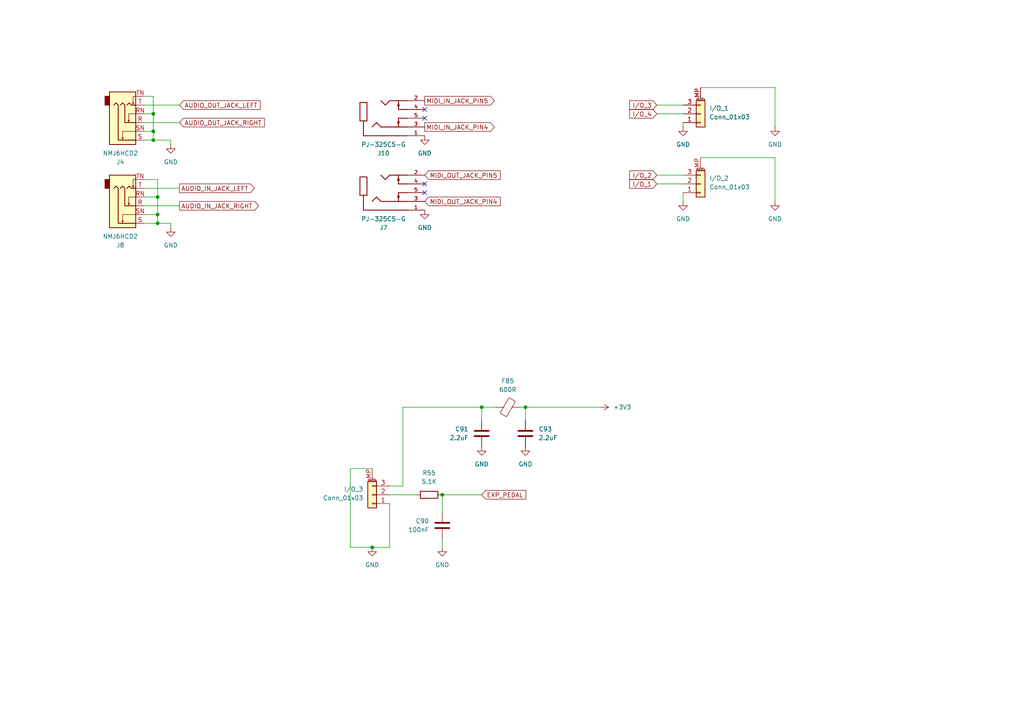
<source format=kicad_sch>
(kicad_sch (version 20250114) (generator "eeschema") (generator_version "9.0")
  (paper "A4")
  (lib_symbols
    (symbol "Connector_Audio:NMJ6HCD2"
      (property "Reference" "J" (at 0 11.43 0))
      (property "Value" "NMJ6HCD2" (at 0 8.89 0))
      (symbol "NMJ6HCD2_0_1"
        (rectangle (start -5.08 -5.08) (end -6.35 -7.62) (stroke (width 0.254)) (fill (type outline)))
        (polyline (pts (xy -1.905 -5.08) (xy -1.27 -5.715) (xy -0.635 -5.08) (xy -0.635 0) (xy 2.54 0)) (stroke (width 0.254)))
        (polyline (pts (xy -1.27 4.826) (xy -1.016 4.318)))
        (polyline (pts (xy 0 -5.08) (xy 0.635 -5.715) (xy 1.27 -5.08) (xy 2.54 -5.08)) (stroke (width 0.254)))
        (polyline (pts (xy 0.508 -0.254) (xy 0.762 -0.762)))
        (polyline (pts (xy 1.778 -5.334) (xy 2.032 -5.842)))
        (rectangle (start 2.54 6.35) (end -5.08 -8.89) (stroke (width 0.254)) (fill (type background)))
        (polyline (pts (xy 2.54 5.08) (xy -2.54 5.08) (xy -2.54 -5.08) (xy -3.175 -5.715) (xy -3.81 -5.08)) (stroke (width 0.254)))
        (polyline (pts (xy 2.54 2.54) (xy -1.27 2.54) (xy -1.27 4.826) (xy -1.524 4.318)))
        (polyline (pts (xy 2.54 -2.54) (xy 0.508 -2.54) (xy 0.508 -0.254) (xy 0.254 -0.762)))
        (polyline (pts (xy 2.54 -7.62) (xy 1.778 -7.62) (xy 1.778 -5.334) (xy 1.524 -5.842)))
      )
      (symbol "NMJ6HCD2_1_1"
        (pin passive line (at 5.08 5.08 180) (length 2.54) (name "~") (number "S"))
        (pin passive line (at 5.08 2.54 180) (length 2.54) (name "~") (number "SN"))
        (pin passive line (at 5.08 0 180) (length 2.54) (name "~") (number "R"))
        (pin passive line (at 5.08 -2.54 180) (length 2.54) (name "~") (number "RN"))
        (pin passive line (at 5.08 -5.08 180) (length 2.54) (name "~") (number "T"))
        (pin passive line (at 5.08 -7.62 180) (length 2.54) (name "~") (number "TN"))
      )
    )
    (symbol "Connector_Generic_MountingPin:Conn_01x03_MountingPin" (pin_names (offset 1.016) (hide yes))
      (property "Reference" "J" (at 0 5.08 0))
      (property "Value" "Conn_01x03_MountingPin" (at 1.27 -5.08 0))
      (symbol "Conn_01x03_MountingPin_1_1"
        (rectangle (start -1.27 3.81) (end 1.27 -3.81) (stroke (width 0.254)) (fill (type background)))
        (rectangle (start -1.27 2.667) (end 0 2.413) (stroke (width 0.1524)))
        (rectangle (start -1.27 0.127) (end 0 -0.127) (stroke (width 0.1524)))
        (rectangle (start -1.27 -2.413) (end 0 -2.667) (stroke (width 0.1524)))
        (polyline (pts (xy -1.016 -4.572) (xy 1.016 -4.572)) (stroke (width 0.1524)))
        (text "Mounting" (at 0 -4.191 0) (effects (font (size 0.381 0.381))))
        (pin passive line (at -5.08 2.54 0) (length 3.81) (name "Pin_1") (number "1"))
        (pin passive line (at -5.08 0 0) (length 3.81) (name "Pin_2") (number "2"))
        (pin passive line (at -5.08 -2.54 0) (length 3.81) (name "Pin_3") (number "3"))
        (pin passive line (at 0 -7.62 90) (length 3.048) (name "MountPin") (number "MP"))
      )
    )
    (symbol "Device:C" (pin_numbers (hide yes)) (pin_names (offset 0.254))
      (property "Reference" "C" (at 0.635 2.54 0))
      (property "Value" "C" (at 0.635 -2.54 0))
      (symbol "C_0_1"
        (polyline (pts (xy -2.032 0.762) (xy 2.032 0.762)) (stroke (width 0.508)))
        (polyline (pts (xy -2.032 -0.762) (xy 2.032 -0.762)) (stroke (width 0.508)))
      )
      (symbol "C_1_1"
        (pin passive line (at 0 3.81 270) (length 2.794) (name "~") (number "1"))
        (pin passive line (at 0 -3.81 90) (length 2.794) (name "~") (number "2"))
      )
    )
    (symbol "Device:FerriteBead" (pin_numbers (hide yes)) (pin_names (offset 0))
      (property "Reference" "FB" (at -3.81 0.635 90))
      (property "Value" "FerriteBead" (at 3.81 0 90))
      (symbol "FerriteBead_0_1"
        (polyline (pts (xy -2.7686 0.4064) (xy -1.7018 2.2606) (xy 2.7686 -0.3048) (xy 1.6764 -2.159) (xy -2.7686 0.4064)))
        (polyline (pts (xy 0 1.27) (xy 0 1.2954)))
        (polyline (pts (xy 0 -1.27) (xy 0 -1.2192)))
      )
      (symbol "FerriteBead_1_1"
        (pin passive line (at 0 3.81 270) (length 2.54) (name "~") (number "1"))
        (pin passive line (at 0 -3.81 90) (length 2.54) (name "~") (number "2"))
      )
    )
    (symbol "Device:R" (pin_numbers (hide yes)) (pin_names (offset 0))
      (property "Reference" "R" (at 2.032 0 90))
      (property "Value" "R" (at 0 0 90))
      (symbol "R_0_1"
        (rectangle (start -1.016 -2.54) (end 1.016 2.54) (stroke (width 0.254)))
      )
      (symbol "R_1_1"
        (pin passive line (at 0 3.81 270) (length 1.27) (name "~") (number "1"))
        (pin passive line (at 0 -3.81 90) (length 1.27) (name "~") (number "2"))
      )
    )
    (symbol "GND_1" (power) (pin_numbers (hide yes)) (pin_names (offset 0) (hide yes))
      (property "Value" "GND" (at 0 -3.81 0))
      (symbol "GND_1_0_1"
        (polyline (pts (xy 0 0) (xy 0 -1.27) (xy 1.27 -1.27) (xy 0 -2.54) (xy -1.27 -1.27) (xy 0 -1.27)))
      )
      (symbol "GND_1_1_1"
        (pin power_in line (at 0 0 270) (length 0) (name "~") (number "1"))
      )
    )
    (symbol "PJ-325C5-G:PJ-325C5-G" (pin_names (offset 1.016))
      (property "Reference" "J" (at -7.62 7.62 0))
      (property "Value" "PJ-325C5-G" (at -7.62 -7.62 0))
      (symbol "PJ-325C5-G_0_0"
        (polyline (pts (xy -8.636 0.762) (xy -7.62 0.762)) (stroke (width 0.254)))
        (polyline (pts (xy -8.636 -4.572) (xy -8.636 0.762)) (stroke (width 0.254)))
        (polyline (pts (xy -7.62 5.08) (xy 5.08 5.08)) (stroke (width 0.254)))
        (polyline (pts (xy -7.62 0.762) (xy -7.62 5.08)) (stroke (width 0.254)))
        (polyline (pts (xy -7.62 0.762) (xy -6.604 0.762)) (stroke (width 0.254)))
        (polyline (pts (xy -6.604 0.762) (xy -6.604 -4.572)) (stroke (width 0.254)))
        (polyline (pts (xy -6.604 -4.572) (xy -8.636 -4.572)) (stroke (width 0.254)))
        (polyline (pts (xy -5.08 2.54) (xy -3.81 1.27)) (stroke (width 0.254)))
        (polyline (pts (xy -3.81 1.27) (xy -2.54 2.54)) (stroke (width 0.254)))
        (polyline (pts (xy -2.54 2.54) (xy 5.08 2.54)) (stroke (width 0.254)))
        (polyline (pts (xy -2.54 -5.08) (xy -1.27 -3.81)) (stroke (width 0.254)))
        (polyline (pts (xy -1.27 -3.81) (xy 0 -5.08)) (stroke (width 0.254)))
        (polyline (pts (xy 0 -5.08) (xy 5.08 -5.08)) (stroke (width 0.254)))
        (polyline (pts (xy 2.54 1.778) (xy 2.794 1.016) (xy 2.286 1.016) (xy 2.54 1.778)) (stroke (width 0.254)) (fill (type outline)))
        (polyline (pts (xy 2.54 0) (xy 2.54 2.54)) (stroke (width 0.254)))
        (polyline (pts (xy 2.54 0) (xy 5.08 0)) (stroke (width 0.254)))
        (polyline (pts (xy 2.54 -2.54) (xy 2.54 -5.08)) (stroke (width 0.254)))
        (polyline (pts (xy 2.54 -2.54) (xy 5.08 -2.54)) (stroke (width 0.254)))
        (polyline (pts (xy 2.54 -4.318) (xy 2.794 -3.556) (xy 2.286 -3.556) (xy 2.54 -4.318)) (stroke (width 0.254)) (fill (type outline)))
        (pin passive line (at 10.16 5.08 180) (length 5.08) (name "~") (number "1"))
        (pin passive line (at 10.16 2.54 180) (length 5.08) (name "~") (number "3"))
        (pin passive line (at 10.16 0 180) (length 5.08) (name "~") (number "5"))
        (pin passive line (at 10.16 -2.54 180) (length 5.08) (name "~") (number "4"))
        (pin passive line (at 10.16 -5.08 180) (length 5.08) (name "~") (number "2"))
      )
    )
    (symbol "power:+3V3" (power) (pin_numbers (hide yes)) (pin_names (offset 0) (hide yes))
      (property "Value" "+3V3" (at 0 3.556 0))
      (symbol "+3V3_0_1"
        (polyline (pts (xy -0.762 1.27) (xy 0 2.54)))
        (polyline (pts (xy 0 2.54) (xy 0.762 1.27)))
        (polyline (pts (xy 0 0) (xy 0 2.54)))
      )
      (symbol "+3V3_1_1"
        (pin power_in line (at 0 0 90) (length 0) (name "~") (number "1"))
      )
    )
  )
  (junction (at 45.72 64.77))
  (junction (at 128.27 143.51))
  (junction (at 44.45 33.02))
  (junction (at 107.95 158.75))
  (junction (at 44.45 40.64))
  (junction (at 45.72 57.15))
  (junction (at 139.7 118.11))
  (junction (at 152.4 118.11))
  (junction (at 44.45 38.1))
  (junction (at 45.72 62.23))
  (no_connect (at 123.19 55.88))
  (no_connect (at 123.19 53.34))
  (no_connect (at 123.19 31.75))
  (no_connect (at 123.19 34.29))
  (wire (pts (xy 49.53 64.77) (xy 45.72 64.77)))
  (wire (pts (xy 52.07 54.61) (xy 41.91 54.61)))
  (wire (pts (xy 190.5 50.8) (xy 198.12 50.8)))
  (wire (pts (xy 116.84 118.11) (xy 116.84 140.97)))
  (wire (pts (xy 224.79 58.42) (xy 224.79 45.72)))
  (wire (pts (xy 45.72 64.77) (xy 41.91 64.77)))
  (wire (pts (xy 128.27 143.51) (xy 128.27 148.59)))
  (wire (pts (xy 190.5 33.02) (xy 198.12 33.02)))
  (wire (pts (xy 44.45 40.64) (xy 49.53 40.64)))
  (wire (pts (xy 113.03 146.05) (xy 113.03 158.75)))
  (wire (pts (xy 45.72 57.15) (xy 45.72 62.23)))
  (wire (pts (xy 49.53 40.64) (xy 49.53 41.91)))
  (wire (pts (xy 41.91 27.94) (xy 44.45 27.94)))
  (wire (pts (xy 52.07 30.48) (xy 41.91 30.48)))
  (wire (pts (xy 113.03 158.75) (xy 107.95 158.75)))
  (wire (pts (xy 224.79 36.83) (xy 224.79 25.4)))
  (wire (pts (xy 173.99 118.11) (xy 152.4 118.11)))
  (wire (pts (xy 198.12 58.42) (xy 198.12 55.88)))
  (wire (pts (xy 190.5 30.48) (xy 198.12 30.48)))
  (wire (pts (xy 113.03 140.97) (xy 116.84 140.97)))
  (wire (pts (xy 45.72 57.15) (xy 41.91 57.15)))
  (wire (pts (xy 152.4 121.92) (xy 152.4 118.11)))
  (wire (pts (xy 44.45 40.64) (xy 41.91 40.64)))
  (wire (pts (xy 44.45 38.1) (xy 44.45 40.64)))
  (wire (pts (xy 139.7 118.11) (xy 116.84 118.11)))
  (wire (pts (xy 45.72 62.23) (xy 45.72 64.77)))
  (wire (pts (xy 101.6 158.75) (xy 107.95 158.75)))
  (wire (pts (xy 101.6 135.89) (xy 101.6 158.75)))
  (wire (pts (xy 44.45 33.02) (xy 44.45 38.1)))
  (wire (pts (xy 41.91 33.02) (xy 44.45 33.02)))
  (wire (pts (xy 128.27 143.51) (xy 139.7 143.51)))
  (wire (pts (xy 128.27 158.75) (xy 128.27 156.21)))
  (wire (pts (xy 139.7 118.11) (xy 139.7 121.92)))
  (wire (pts (xy 198.12 35.56) (xy 198.12 36.83)))
  (wire (pts (xy 45.72 52.07) (xy 45.72 57.15)))
  (wire (pts (xy 52.07 35.56) (xy 41.91 35.56)))
  (wire (pts (xy 152.4 118.11) (xy 151.13 118.11)))
  (wire (pts (xy 52.07 59.69) (xy 41.91 59.69)))
  (wire (pts (xy 139.7 118.11) (xy 143.51 118.11)))
  (wire (pts (xy 49.53 64.77) (xy 49.53 66.04)))
  (wire (pts (xy 224.79 45.72) (xy 203.2 45.72)))
  (wire (pts (xy 224.79 25.4) (xy 203.2 25.4)))
  (wire (pts (xy 45.72 62.23) (xy 41.91 62.23)))
  (wire (pts (xy 41.91 38.1) (xy 44.45 38.1)))
  (wire (pts (xy 120.65 143.51) (xy 113.03 143.51)))
  (wire (pts (xy 41.91 52.07) (xy 45.72 52.07)))
  (wire (pts (xy 190.5 53.34) (xy 198.12 53.34)))
  (wire (pts (xy 44.45 27.94) (xy 44.45 33.02)))
  (wire (pts (xy 107.95 135.89) (xy 101.6 135.89)))
  (global_label "MIDI_IN_JACK_PIN5" (shape output) (at 123.19 29.21 0) (property "Intersheetrefs" "${INTERSHEET_REFS}" (effects (hide yes))))
  (global_label "EXP_PEDAL" (shape input) (at 139.7 143.51 0) (property "Intersheetrefs" "${INTERSHEET_REFS}" (effects (hide yes))))
  (global_label "AUDIO_OUT_JACK_LEFT" (shape input) (at 52.07 30.48 0) (property "Intersheetrefs" "${INTERSHEET_REFS}" (effects (hide yes))))
  (global_label "MIDI_IN_JACK_PIN4" (shape output) (at 123.19 36.83 0) (property "Intersheetrefs" "${INTERSHEET_REFS}" (effects (hide yes))))
  (global_label "MIDI_OUT_JACK_PIN4" (shape input) (at 123.19 58.42 0) (property "Intersheetrefs" "${INTERSHEET_REFS}" (effects (hide yes))))
  (global_label "AUDIO_IN_JACK_LEFT" (shape output) (at 52.07 54.61 0) (property "Intersheetrefs" "${INTERSHEET_REFS}" (effects (hide yes))))
  (global_label "I{slash}O_2" (shape input) (at 190.5 50.8 180) (property "Intersheetrefs" "${INTERSHEET_REFS}" (effects (hide yes))))
  (global_label "AUDIO_IN_JACK_RIGHT" (shape output) (at 52.07 59.69 0) (property "Intersheetrefs" "${INTERSHEET_REFS}" (effects (hide yes))))
  (global_label "AUDIO_OUT_JACK_RIGHT" (shape input) (at 52.07 35.56 0) (property "Intersheetrefs" "${INTERSHEET_REFS}" (effects (hide yes))))
  (global_label "I{slash}O_3" (shape input) (at 190.5 30.48 180) (property "Intersheetrefs" "${INTERSHEET_REFS}" (effects (hide yes))))
  (global_label "I{slash}O_4" (shape input) (at 190.5 33.02 180) (property "Intersheetrefs" "${INTERSHEET_REFS}" (effects (hide yes))))
  (global_label "MIDI_OUT_JACK_PIN5" (shape input) (at 123.19 50.8 0) (property "Intersheetrefs" "${INTERSHEET_REFS}" (effects (hide yes))))
  (global_label "I{slash}O_1" (shape input) (at 190.5 53.34 180) (property "Intersheetrefs" "${INTERSHEET_REFS}" (effects (hide yes))))
  (symbol (lib_id "Device:C") (at 152.4 125.73 0) (unit 1)
    (property "Reference" "C93" (at 156.21 124.4599 0) (effects (justify left)))
    (property "Value" "2.2uF" (at 156.21 126.9999 0) (effects (justify left)))
    (property "Footprint" "Capacitor_SMD:C_0603_1608Metric" (effects (hide yes)))
  )
  (symbol (lib_name "GND_1") (lib_id "power:GND") (at 198.12 58.42 0) (unit 1)
    (property "Reference" "#PWR092" (effects (hide yes)))
    (property "Value" "GND" (at 198.12 63.5 0))
    (property "Description" "Power symbol creates a global label with name \"GND\" , ground" (effects (hide yes)))
  )
  (symbol (lib_name "GND_1") (lib_id "power:GND") (at 139.7 129.54 0) (mirror y) (unit 1)
    (property "Reference" "#PWR0137" (effects (hide yes)))
    (property "Value" "GND" (at 139.7 134.62 0))
    (property "Description" "Power symbol creates a global label with name \"GND\" , ground" (effects (hide yes)))
  )
  (symbol (lib_id "Connector_Generic_MountingPin:Conn_01x03_MountingPin") (at 203.2 33.02 0) (mirror x) (unit 1)
    (property "Reference" "I/O_1" (at 205.74 31.3943 0) (effects (justify left)))
    (property "Value" "Conn_01x03" (at 205.74 33.9343 0) (effects (justify left)))
    (property "Footprint" "Connector_Molex:Molex_PicoBlade_53398-0371_1x03-1MP_P1.25mm_Vertical" (effects (hide yes)))
    (property "Description" "Generic connectable mounting pin connector, single row, 01x03, script generated (kicad-library-utils/schlib/autogen/connector/)" (effects (hide yes)))
  )
  (symbol (lib_name "GND_1") (lib_id "power:GND") (at 198.12 36.83 0) (unit 1)
    (property "Reference" "#PWR02" (effects (hide yes)))
    (property "Value" "GND" (at 198.12 41.91 0))
    (property "Description" "Power symbol creates a global label with name \"GND\" , ground" (effects (hide yes)))
  )
  (symbol (lib_name "GND_1") (lib_id "power:GND") (at 224.79 58.42 0) (unit 1)
    (property "Reference" "#PWR093" (effects (hide yes)))
    (property "Value" "GND" (at 224.79 63.5 0))
    (property "Description" "Power symbol creates a global label with name \"GND\" , ground" (effects (hide yes)))
  )
  (symbol (lib_name "GND_1") (lib_id "power:GND") (at 123.19 39.37 0) (mirror y) (unit 1)
    (property "Reference" "#PWR0112" (effects (hide yes)))
    (property "Value" "GND" (at 123.19 44.45 0))
    (property "Description" "Power symbol creates a global label with name \"GND\" , ground" (effects (hide yes)))
  )
  (symbol (lib_id "power:+3V3") (at 173.99 118.11 270) (unit 1)
    (property "Reference" "#PWR0139" (effects (hide yes)))
    (property "Value" "+3V3" (at 177.8 118.1099 90) (effects (justify left)))
    (property "Description" "Power symbol creates a global label with name \"+3V3\"" (effects (hide yes)))
  )
  (symbol (lib_id "Device:R") (at 124.46 143.51 90) (mirror x) (unit 1)
    (property "Reference" "R55" (at 124.46 137.16 90))
    (property "Value" "5.1K" (at 124.46 139.7 90))
    (property "Footprint" "Resistor_SMD:R_0603_1608Metric" (effects (hide yes)))
  )
  (symbol (lib_name "GND_1") (lib_id "power:GND") (at 49.53 41.91 0) (mirror y) (unit 1)
    (property "Reference" "#PWR052" (effects (hide yes)))
    (property "Value" "GND" (at 49.53 46.99 0))
    (property "Description" "Power symbol creates a global label with name \"GND\" , ground" (effects (hide yes)))
  )
  (symbol (lib_name "GND_1") (lib_id "power:GND") (at 128.27 158.75 0) (mirror y) (unit 1)
    (property "Reference" "#PWR0130" (effects (hide yes)))
    (property "Value" "GND" (at 128.27 163.83 0))
    (property "Description" "Power symbol creates a global label with name \"GND\" , ground" (effects (hide yes)))
  )
  (symbol (lib_id "Connector_Generic_MountingPin:Conn_01x03_MountingPin") (at 107.95 143.51 180) (unit 1)
    (property "Reference" "I/O_3" (at 105.41 141.8843 0) (effects (justify left)))
    (property "Value" "Conn_01x03" (at 105.41 144.4243 0) (effects (justify left)))
    (property "Footprint" "Connector_Molex:Molex_PicoBlade_53398-0371_1x03-1MP_P1.25mm_Vertical" (effects (hide yes)))
    (property "Description" "Generic connectable mounting pin connector, single row, 01x03, script generated (kicad-library-utils/schlib/autogen/connector/)" (effects (hide yes)))
  )
  (symbol (lib_name "GND_1") (lib_id "power:GND") (at 224.79 36.83 0) (unit 1)
    (property "Reference" "#PWR0104" (effects (hide yes)))
    (property "Value" "GND" (at 224.79 41.91 0))
    (property "Description" "Power symbol creates a global label with name \"GND\" , ground" (effects (hide yes)))
  )
  (symbol (lib_id "Connector_Generic_MountingPin:Conn_01x03_MountingPin") (at 203.2 53.34 0) (mirror x) (unit 1)
    (property "Reference" "I/O_2" (at 205.74 51.7143 0) (effects (justify left)))
    (property "Value" "Conn_01x03" (at 205.74 54.2543 0) (effects (justify left)))
    (property "Footprint" "Connector_Molex:Molex_PicoBlade_53398-0371_1x03-1MP_P1.25mm_Vertical" (effects (hide yes)))
    (property "Description" "Generic connectable mounting pin connector, single row, 01x03, script generated (kicad-library-utils/schlib/autogen/connector/)" (effects (hide yes)))
  )
  (symbol (lib_id "Connector_Audio:NMJ6HCD2") (at 36.83 59.69 0) (mirror x) (unit 1)
    (property "Reference" "J8" (at 34.925 71.12 0))
    (property "Value" "NMJ6HCD2" (at 34.925 68.58 0))
    (property "Footprint" "Connector_Audio:Jack_6.35mm_Neutrik_NMJ6HCD2_Horizontal" (effects (hide yes)))
    (property "Datasheet" "https://www.neutrik.com/en/product/nmj6hcd2" (effects (hide yes)))
    (property "Description" "M Series, 6.35mm (1/4in) stereo jack, switched, with chrome ferrule and straight PCB pins" (effects (hide yes)))
  )
  (symbol (lib_id "PJ-325C5-G:PJ-325C5-G") (at 113.03 55.88 0) (mirror x) (unit 1)
    (property "Reference" "J7" (at 111.252 66.04 0))
    (property "Value" "PJ-325C5-G" (at 111.252 63.5 0))
    (property "Footprint" "PJ-325C5-G:XKB_PJ-325C5-G" (effects (hide yes)))
    (property "MF" "XKB Connection" (effects (hide yes)))
    (property "MAXIMUM_PACKAGE_HEIGHT" "12.6 mm" (effects (hide yes)))
    (property "Package" "None" (effects (hide yes)))
    (property "Price" "None" (effects (hide yes)))
    (property "Check_prices" "https://www.snapeda.com/parts/PJ-325C5-G/XKB+Connection/view-part/?ref=eda" (effects (hide yes)))
    (property "STANDARD" "Manufacturer Recommendations" (effects (hide yes)))
    (property "PARTREV" "A0" (effects (hide yes)))
    (property "SnapEDA_Link" "https://www.snapeda.com/parts/PJ-325C5-G/XKB+Connection/view-part/?ref=snap" (effects (hide yes)))
    (property "MP" "PJ-325C5-G" (effects (hide yes)))
    (property "Description_1" "3.5 Phone Jack" (effects (hide yes)))
    (property "Availability" "Not in stock" (effects (hide yes)))
    (property "MANUFACTURER" "XKB" (effects (hide yes)))
  )
  (symbol (lib_id "Device:FerriteBead") (at 147.32 118.11 90) (unit 1)
    (property "Reference" "FB5" (at 147.2692 110.49 90))
    (property "Value" "600R" (at 147.2692 113.03 90))
    (property "Footprint" "Inductor_SMD:L_0603_1608Metric" (effects (hide yes)))
    (property "Description" "Ferrite bead" (effects (hide yes)))
  )
  (symbol (lib_id "Connector_Audio:NMJ6HCD2") (at 36.83 35.56 0) (mirror x) (unit 1)
    (property "Reference" "J4" (at 34.925 46.99 0))
    (property "Value" "NMJ6HCD2" (at 34.925 44.45 0))
    (property "Footprint" "Connector_Audio:Jack_6.35mm_Neutrik_NMJ6HCD2_Horizontal" (effects (hide yes)))
    (property "Datasheet" "https://www.neutrik.com/en/product/nmj6hcd2" (effects (hide yes)))
    (property "Description" "M Series, 6.35mm (1/4in) stereo jack, switched, with chrome ferrule and straight PCB pins" (effects (hide yes)))
  )
  (symbol (lib_id "Device:C") (at 139.7 125.73 0) (mirror y) (unit 1)
    (property "Reference" "C91" (at 135.89 124.4599 0) (effects (justify left)))
    (property "Value" "2.2uF" (at 135.89 126.9999 0) (effects (justify left)))
    (property "Footprint" "Capacitor_SMD:C_0603_1608Metric" (effects (hide yes)))
  )
  (symbol (lib_name "GND_1") (lib_id "power:GND") (at 49.53 66.04 0) (unit 1)
    (property "Reference" "#PWR044" (effects (hide yes)))
    (property "Value" "GND" (at 49.53 71.12 0))
    (property "Description" "Power symbol creates a global label with name \"GND\" , ground" (effects (hide yes)))
  )
  (symbol (lib_name "GND_1") (lib_id "power:GND") (at 107.95 158.75 0) (mirror y) (unit 1)
    (property "Reference" "#PWR0136" (effects (hide yes)))
    (property "Value" "GND" (at 107.95 163.83 0))
    (property "Description" "Power symbol creates a global label with name \"GND\" , ground" (effects (hide yes)))
  )
  (symbol (lib_name "GND_1") (lib_id "power:GND") (at 152.4 129.54 0) (mirror y) (unit 1)
    (property "Reference" "#PWR0138" (effects (hide yes)))
    (property "Value" "GND" (at 152.4 134.62 0))
    (property "Description" "Power symbol creates a global label with name \"GND\" , ground" (effects (hide yes)))
  )
  (symbol (lib_id "PJ-325C5-G:PJ-325C5-G") (at 113.03 34.29 0) (mirror x) (unit 1)
    (property "Reference" "J10" (at 111.252 44.45 0))
    (property "Value" "PJ-325C5-G" (at 111.252 41.91 0))
    (property "Footprint" "PJ-325C5-G:XKB_PJ-325C5-G" (effects (hide yes)))
    (property "MF" "XKB Connection" (effects (hide yes)))
    (property "MAXIMUM_PACKAGE_HEIGHT" "12.6 mm" (effects (hide yes)))
    (property "Package" "None" (effects (hide yes)))
    (property "Price" "None" (effects (hide yes)))
    (property "Check_prices" "https://www.snapeda.com/parts/PJ-325C5-G/XKB+Connection/view-part/?ref=eda" (effects (hide yes)))
    (property "STANDARD" "Manufacturer Recommendations" (effects (hide yes)))
    (property "PARTREV" "A0" (effects (hide yes)))
    (property "SnapEDA_Link" "https://www.snapeda.com/parts/PJ-325C5-G/XKB+Connection/view-part/?ref=snap" (effects (hide yes)))
    (property "MP" "PJ-325C5-G" (effects (hide yes)))
    (property "Description_1" "3.5 Phone Jack" (effects (hide yes)))
    (property "Availability" "Not in stock" (effects (hide yes)))
    (property "MANUFACTURER" "XKB" (effects (hide yes)))
  )
  (symbol (lib_name "GND_1") (lib_id "power:GND") (at 123.19 60.96 0) (unit 1)
    (property "Reference" "#PWR0113" (effects (hide yes)))
    (property "Value" "GND" (at 123.19 66.04 0))
    (property "Description" "Power symbol creates a global label with name \"GND\" , ground" (effects (hide yes)))
  )
  (symbol (lib_id "Device:C") (at 128.27 152.4 0) (mirror y) (unit 1)
    (property "Reference" "C90" (at 124.46 151.1299 0) (effects (justify left)))
    (property "Value" "100nF" (at 124.46 153.6699 0) (effects (justify left)))
    (property "Footprint" "Capacitor_SMD:C_0603_1608Metric" (effects (hide yes)))
  )
)
</source>
